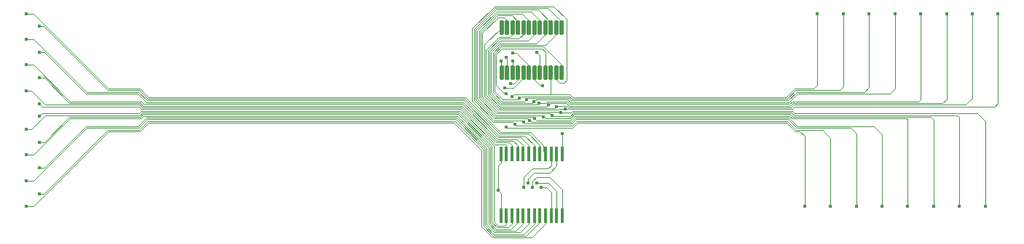
<source format=gbr>
%TF.GenerationSoftware,KiCad,Pcbnew,8.0.5-unknown-202409181836~355805756e~ubuntu22.04.1*%
%TF.CreationDate,2024-10-04T15:54:44+01:00*%
%TF.ProjectId,customFSReay,63757374-6f6d-4465-9352-6561792e6b69,rev?*%
%TF.SameCoordinates,Original*%
%TF.FileFunction,Copper,L2,Bot*%
%TF.FilePolarity,Positive*%
%FSLAX46Y46*%
G04 Gerber Fmt 4.6, Leading zero omitted, Abs format (unit mm)*
G04 Created by KiCad (PCBNEW 8.0.5-unknown-202409181836~355805756e~ubuntu22.04.1) date 2024-10-04 15:54:44*
%MOMM*%
%LPD*%
G01*
G04 APERTURE LIST*
G04 Aperture macros list*
%AMRoundRect*
0 Rectangle with rounded corners*
0 $1 Rounding radius*
0 $2 $3 $4 $5 $6 $7 $8 $9 X,Y pos of 4 corners*
0 Add a 4 corners polygon primitive as box body*
4,1,4,$2,$3,$4,$5,$6,$7,$8,$9,$2,$3,0*
0 Add four circle primitives for the rounded corners*
1,1,$1+$1,$2,$3*
1,1,$1+$1,$4,$5*
1,1,$1+$1,$6,$7*
1,1,$1+$1,$8,$9*
0 Add four rect primitives between the rounded corners*
20,1,$1+$1,$2,$3,$4,$5,0*
20,1,$1+$1,$4,$5,$6,$7,0*
20,1,$1+$1,$6,$7,$8,$9,0*
20,1,$1+$1,$8,$9,$2,$3,0*%
G04 Aperture macros list end*
%TA.AperFunction,SMDPad,CuDef*%
%ADD10R,0.450000X1.750000*%
%TD*%
%TA.AperFunction,SMDPad,CuDef*%
%ADD11RoundRect,0.020500X-0.184500X0.799500X-0.184500X-0.799500X0.184500X-0.799500X0.184500X0.799500X0*%
%TD*%
%TA.AperFunction,ViaPad*%
%ADD12C,0.400000*%
%TD*%
%TA.AperFunction,Conductor*%
%ADD13C,0.100000*%
%TD*%
G04 APERTURE END LIST*
D10*
%TO.P,MUX1,1,COM*%
%TO.N,+5V*%
X165674999Y-117350000D03*
%TO.P,MUX1,2,I7*%
%TO.N,/out7*%
X166324999Y-117350000D03*
%TO.P,MUX1,3,I6*%
%TO.N,/out6*%
X166974999Y-117350001D03*
%TO.P,MUX1,4,I5*%
%TO.N,/out5*%
X167624999Y-117350000D03*
%TO.P,MUX1,5,I4*%
%TO.N,/out4*%
X168274998Y-117350000D03*
%TO.P,MUX1,6,I3*%
%TO.N,/out3*%
X168924999Y-117350000D03*
%TO.P,MUX1,7,I2*%
%TO.N,/out2*%
X169574999Y-117350000D03*
%TO.P,MUX1,8,I1*%
%TO.N,/out1*%
X170225000Y-117350000D03*
%TO.P,MUX1,9,I0*%
%TO.N,/out0*%
X170874999Y-117350000D03*
%TO.P,MUX1,10,S0*%
%TO.N,/S0*%
X171524999Y-117350001D03*
%TO.P,MUX1,11,S1*%
%TO.N,/S1*%
X172174999Y-117350000D03*
%TO.P,MUX1,12,GND*%
%TO.N,GND*%
X172824999Y-117350000D03*
%TO.P,MUX1,13,S3*%
%TO.N,/S3*%
X172824999Y-124550000D03*
%TO.P,MUX1,14,S2*%
%TO.N,/S2*%
X172174999Y-124550000D03*
%TO.P,MUX1,15,~{E}*%
%TO.N,/EN1*%
X171524999Y-124549999D03*
%TO.P,MUX1,16,I15*%
%TO.N,/out15*%
X170874999Y-124550000D03*
%TO.P,MUX1,17,I14*%
%TO.N,/out14*%
X170225000Y-124550000D03*
%TO.P,MUX1,18,I13*%
%TO.N,/out13*%
X169574999Y-124550000D03*
%TO.P,MUX1,19,I12*%
%TO.N,/out12*%
X168924999Y-124550000D03*
%TO.P,MUX1,20,I11*%
%TO.N,/out11*%
X168274998Y-124550000D03*
%TO.P,MUX1,21,I10*%
%TO.N,/out10*%
X167624999Y-124550000D03*
%TO.P,MUX1,22,I9*%
%TO.N,/out9*%
X166974999Y-124549999D03*
%TO.P,MUX1,23,I8*%
%TO.N,/out8*%
X166324999Y-124550000D03*
%TO.P,MUX1,24,VCC*%
%TO.N,+5V*%
X165674999Y-124550000D03*
%TD*%
D11*
%TO.P,ADC1,1,AIN0*%
%TO.N,/ain0*%
X165757500Y-102615000D03*
%TO.P,ADC1,2,AIN1*%
%TO.N,/ain1*%
X166392500Y-102615000D03*
%TO.P,ADC1,3,AIN2*%
%TO.N,/ain2*%
X167027500Y-102615000D03*
%TO.P,ADC1,4,AIN3*%
%TO.N,/ain3*%
X167662500Y-102615001D03*
%TO.P,ADC1,5,AIN4*%
%TO.N,/ain4*%
X168297500Y-102615000D03*
%TO.P,ADC1,6,AIN5*%
%TO.N,/ain5*%
X168932500Y-102615000D03*
%TO.P,ADC1,7,AIN6*%
%TO.N,/ain6*%
X169567500Y-102615000D03*
%TO.P,ADC1,8,AIN7*%
%TO.N,/ain7*%
X170202500Y-102615000D03*
%TO.P,ADC1,9,AIN8*%
%TO.N,/ain8*%
X170837500Y-102615001D03*
%TO.P,ADC1,10,AIN9*%
%TO.N,/ain9*%
X171472500Y-102615000D03*
%TO.P,ADC1,11,AIN10*%
%TO.N,/ain10*%
X172107500Y-102615000D03*
%TO.P,ADC1,12,AIN11*%
%TO.N,/ain11*%
X172742500Y-102615000D03*
%TO.P,ADC1,13,AIN12*%
%TO.N,/ain12*%
X172742500Y-107885000D03*
%TO.P,ADC1,14,AIN13*%
%TO.N,/ain13*%
X172107500Y-107885000D03*
%TO.P,ADC1,15,AIN14*%
%TO.N,/ain14*%
X171472500Y-107885000D03*
%TO.P,ADC1,16,~{CNVST/AIN15}*%
%TO.N,/ain15*%
X170837500Y-107884999D03*
%TO.P,ADC1,17,REF*%
%TO.N,Net-(ADC1-REF)*%
X170202500Y-107885000D03*
%TO.P,ADC1,18,GND*%
%TO.N,GND*%
X169567500Y-107885000D03*
%TO.P,ADC1,19,VDD*%
%TO.N,+5V*%
X168932500Y-107885000D03*
%TO.P,ADC1,20,~{CS}*%
%TO.N,/CS1*%
X168297500Y-107885000D03*
%TO.P,ADC1,21,SCLK*%
%TO.N,/SCLK*%
X167662500Y-107884999D03*
%TO.P,ADC1,22,DIN*%
%TO.N,/MOSI*%
X167027500Y-107885000D03*
%TO.P,ADC1,23,DOUT*%
%TO.N,/MISO*%
X166392500Y-107885000D03*
%TO.P,ADC1,24,~{EOC}*%
%TO.N,/EOC1*%
X165757500Y-107885000D03*
%TD*%
D12*
%TO.N,/EOC1*%
X165750000Y-106550000D03*
%TO.N,/MISO*%
X166350000Y-106150000D03*
%TO.N,/MOSI*%
X167050000Y-106550000D03*
%TO.N,/SCLK*%
X166850000Y-109150000D03*
%TO.N,/CS1*%
X166150000Y-109650000D03*
%TO.N,+5V*%
X167050000Y-105650000D03*
X165350000Y-121650000D03*
%TO.N,GND*%
X170550000Y-109450000D03*
X172800000Y-115000000D03*
%TO.N,Net-(ADC1-REF)*%
X169850000Y-105550000D03*
%TO.N,/ain13*%
X167350000Y-113950000D03*
X204000000Y-123500000D03*
%TO.N,/ain12*%
X167849999Y-110850000D03*
X205500000Y-101000000D03*
%TO.N,/ain0*%
X223500000Y-101000000D03*
X173150000Y-112150000D03*
%TO.N,/ain14*%
X202500000Y-101000000D03*
X166950000Y-110650000D03*
%TO.N,/ain4*%
X171250000Y-111650000D03*
X217500000Y-101000000D03*
%TO.N,/ain15*%
X166350000Y-110350000D03*
X166350000Y-114250000D03*
X201000000Y-123500000D03*
%TO.N,/ain6*%
X214500000Y-101000000D03*
X170150000Y-111450000D03*
%TO.N,/ain2*%
X220500000Y-101000000D03*
X172150000Y-111850000D03*
%TO.N,/ain9*%
X210000000Y-123500000D03*
X169050000Y-113450000D03*
%TO.N,/ain11*%
X168350000Y-113650000D03*
X207000000Y-123500000D03*
%TO.N,/ain8*%
X169550000Y-111250000D03*
X211500000Y-101000000D03*
%TO.N,/ain3*%
X171650000Y-112850000D03*
X219000000Y-123500000D03*
%TO.N,/ain7*%
X213000000Y-123500000D03*
X169650000Y-113250000D03*
%TO.N,/ain1*%
X222000000Y-123500000D03*
X172649999Y-112550000D03*
%TO.N,/ain5*%
X170649999Y-113050000D03*
X216000000Y-123500000D03*
%TO.N,/ain10*%
X208500000Y-101000000D03*
X168650000Y-111050000D03*
%TO.N,/out3*%
X112000000Y-105500000D03*
%TO.N,/out9*%
X110500000Y-114500000D03*
%TO.N,/out8*%
X112000000Y-113000000D03*
%TO.N,/out12*%
X112000000Y-119000000D03*
%TO.N,/out0*%
X110500000Y-101000000D03*
%TO.N,/out10*%
X112000000Y-116000000D03*
%TO.N,/out13*%
X110500000Y-120500000D03*
%TO.N,/out14*%
X112000000Y-122000000D03*
%TO.N,/out4*%
X110500000Y-106999999D03*
%TO.N,/out6*%
X110500000Y-110000000D03*
%TO.N,/out5*%
X112000000Y-108500000D03*
%TO.N,/out15*%
X110500000Y-123500000D03*
%TO.N,/out11*%
X110500000Y-117500001D03*
%TO.N,/out1*%
X112000000Y-102500000D03*
%TO.N,/out2*%
X110500000Y-104000000D03*
%TO.N,/out7*%
X112000000Y-111500000D03*
%TO.N,/EN1*%
X170350000Y-121250000D03*
%TO.N,/S3*%
X169350000Y-121250000D03*
%TO.N,/S2*%
X169850000Y-120750000D03*
%TO.N,/S1*%
X168850000Y-120750000D03*
%TO.N,/S0*%
X168350000Y-121250000D03*
%TD*%
D13*
%TO.N,/EOC1*%
X165750000Y-106550000D02*
X165750000Y-107877500D01*
X165750000Y-107877500D02*
X165757500Y-107885000D01*
%TO.N,/MISO*%
X166392500Y-107885000D02*
X166392500Y-106192500D01*
X166392500Y-106192500D02*
X166350000Y-106150000D01*
%TO.N,/MOSI*%
X167027500Y-106572500D02*
X167050000Y-106550000D01*
X167027500Y-107884999D02*
X167027500Y-106572500D01*
%TO.N,/SCLK*%
X167217497Y-109150000D02*
X166850000Y-109150000D01*
X167662500Y-107884999D02*
X167662499Y-108704998D01*
X167662499Y-108704998D02*
X167217497Y-109150000D01*
%TO.N,/CS1*%
X167123191Y-109650000D02*
X166150000Y-109650000D01*
X168297500Y-107885000D02*
X168297500Y-108475691D01*
X168297500Y-108475691D02*
X167123191Y-109650000D01*
%TO.N,+5V*%
X167517499Y-105650000D02*
X167050000Y-105650000D01*
X165350000Y-121650000D02*
X165350000Y-118750000D01*
X168932500Y-107885000D02*
X168932500Y-107065001D01*
X165675000Y-124550000D02*
X165675000Y-121975000D01*
X165675000Y-121975000D02*
X165350000Y-121650000D01*
X165350000Y-118750000D02*
X165675000Y-118425000D01*
X168932500Y-107065001D02*
X167517499Y-105650000D01*
X165675000Y-118425000D02*
X165675000Y-117350000D01*
%TO.N,GND*%
X172825000Y-117350000D02*
X172825000Y-115025000D01*
X170312501Y-109450000D02*
X169567500Y-108704999D01*
X169567500Y-108704999D02*
X169567500Y-107885000D01*
X170550000Y-109450000D02*
X170312501Y-109450000D01*
X172825000Y-115025000D02*
X172800000Y-115000000D01*
%TO.N,Net-(ADC1-REF)*%
X170202500Y-105902500D02*
X170202501Y-107885000D01*
X169850000Y-105550000D02*
X170202500Y-105902500D01*
%TO.N,/ain13*%
X172452501Y-109050000D02*
X172107500Y-108704999D01*
X164787258Y-113650000D02*
X162350000Y-111212742D01*
X174047057Y-114050000D02*
X174547057Y-113550000D01*
X167350000Y-113950000D02*
X167450000Y-114050000D01*
X198984314Y-113550000D02*
X199984314Y-114550000D01*
X171850000Y-100150000D02*
X173350000Y-101650000D01*
X167450000Y-114050000D02*
X174047057Y-114050000D01*
X199984314Y-114550000D02*
X203067785Y-114550000D01*
X162350000Y-102752943D02*
X164952943Y-100150000D01*
X203067785Y-114550000D02*
X204000000Y-115482215D01*
X167050000Y-113650000D02*
X164787258Y-113650000D01*
X167350000Y-113950000D02*
X167050000Y-113650000D01*
X164952943Y-100150000D02*
X171850000Y-100150000D01*
X173350000Y-108750000D02*
X173050000Y-109050000D01*
X172107500Y-108704999D02*
X172107500Y-107885000D01*
X204000000Y-115482215D02*
X204000000Y-123500000D01*
X162350000Y-111212742D02*
X162350000Y-102752943D01*
X173050000Y-109050000D02*
X172452501Y-109050000D01*
X173350000Y-101650000D02*
X173350000Y-108750000D01*
X174547057Y-113550000D02*
X198984314Y-113550000D01*
%TO.N,/ain12*%
X173629898Y-110650000D02*
X173929898Y-110950000D01*
X199950000Y-109950000D02*
X205050000Y-109950000D01*
X198950000Y-110950000D02*
X199950000Y-109950000D01*
X165864210Y-111050000D02*
X164950000Y-110135790D01*
X165748526Y-104882842D02*
X170650000Y-104882843D01*
X173929898Y-110950000D02*
X198950000Y-110950000D01*
X205500000Y-109500000D02*
X205500000Y-101000000D01*
X170650000Y-104882843D02*
X172742500Y-106975342D01*
X167849999Y-110850000D02*
X168050000Y-110650000D01*
X172742500Y-106975342D02*
X172742500Y-107885000D01*
X205050000Y-109950000D02*
X205500000Y-109500000D01*
X167650000Y-111049999D02*
X165864210Y-111050000D01*
X164950000Y-105681368D02*
X165748526Y-104882842D01*
X167849999Y-110850000D02*
X167650000Y-111049999D01*
X164950000Y-110135790D02*
X164950000Y-105681368D01*
X168050000Y-110650000D02*
X173629898Y-110650000D01*
%TO.N,/ain0*%
X223500000Y-111450000D02*
X223500000Y-101000000D01*
X172384314Y-112250000D02*
X165367157Y-112250000D01*
X165367157Y-112250000D02*
X163750000Y-110632843D01*
X223100000Y-111850000D02*
X223500000Y-111450000D01*
X163750000Y-104622500D02*
X165757500Y-102615000D01*
X163750000Y-110632843D02*
X163750000Y-104622500D01*
X173150000Y-112150000D02*
X172484314Y-112150000D01*
X173150000Y-112150000D02*
X199550000Y-112150000D01*
X199550000Y-112150000D02*
X199850000Y-111850000D01*
X172484314Y-112150000D02*
X172384314Y-112250000D01*
X199850000Y-111850000D02*
X223100000Y-111850000D01*
%TO.N,/ain14*%
X171450000Y-110450000D02*
X171472500Y-110427500D01*
X167150000Y-110450000D02*
X171450000Y-110450000D01*
X166950000Y-110650000D02*
X167150000Y-110450000D01*
X202500000Y-109300000D02*
X202500000Y-101000000D01*
X174012740Y-110750000D02*
X198850000Y-110750000D01*
X171472500Y-110427500D02*
X171472500Y-107885000D01*
X198850000Y-110750000D02*
X199850000Y-109750000D01*
X173712740Y-110450000D02*
X174012740Y-110750000D01*
X199850000Y-109750000D02*
X202050000Y-109750000D01*
X171450000Y-110450000D02*
X173712740Y-110450000D01*
X202050000Y-109750000D02*
X202500000Y-109300000D01*
%TO.N,/ain4*%
X217050000Y-111450000D02*
X217500000Y-111000000D01*
X165532842Y-111850000D02*
X164150000Y-110467158D01*
X171050000Y-111850000D02*
X165532842Y-111850000D01*
X164150000Y-110467158D02*
X164150000Y-105350000D01*
X173298529Y-111450000D02*
X171450000Y-111450000D01*
X199350000Y-111750000D02*
X199650000Y-111450000D01*
X165550000Y-103950000D02*
X167782499Y-103950000D01*
X171450000Y-111450000D02*
X171250000Y-111650000D01*
X199650000Y-111450000D02*
X217050000Y-111450000D01*
X171250000Y-111650000D02*
X171050000Y-111850000D01*
X173598529Y-111750000D02*
X173298529Y-111450000D01*
X217500000Y-111000000D02*
X217500000Y-101000000D01*
X173598529Y-111750000D02*
X199350000Y-111750000D01*
X164150000Y-105350000D02*
X165550000Y-103950000D01*
X167782499Y-103950000D02*
X168297500Y-103434999D01*
X168297500Y-103434999D02*
X168297500Y-102615000D01*
%TO.N,/ain15*%
X166350000Y-114250000D02*
X166450000Y-114350000D01*
X165607105Y-105307105D02*
X165150001Y-105764210D01*
X165831369Y-105082842D02*
X165607105Y-105307105D01*
X165150001Y-105764210D02*
X165150000Y-109350000D01*
X166450000Y-114350000D02*
X174029899Y-114350000D01*
X170837500Y-107884999D02*
X170837500Y-105470341D01*
X166150000Y-110350001D02*
X166350000Y-110350000D01*
X170450001Y-105082842D02*
X165831369Y-105082842D01*
X200450000Y-114750000D02*
X201000000Y-115300000D01*
X201000000Y-115300000D02*
X201000000Y-123500000D01*
X198901471Y-113750000D02*
X199901470Y-114750000D01*
X199901470Y-114750000D02*
X200450000Y-114750000D01*
X174029899Y-114350000D02*
X174629899Y-113750000D01*
X170837500Y-105470341D02*
X170450001Y-105082842D01*
X174629899Y-113750000D02*
X198901471Y-113750000D01*
X166350000Y-114250000D02*
X166350000Y-114286035D01*
X165150000Y-109350000D02*
X166150000Y-110350001D01*
%TO.N,/ain6*%
X164350000Y-105432842D02*
X165632842Y-104150001D01*
X173681371Y-111550000D02*
X199250000Y-111550000D01*
X171084314Y-111250000D02*
X173381371Y-111250000D01*
X169567500Y-103434999D02*
X169567500Y-102615000D01*
X214250000Y-111250000D02*
X214500000Y-111000000D01*
X165615684Y-111650000D02*
X164350000Y-110384316D01*
X170150000Y-111450000D02*
X169950000Y-111650000D01*
X168852499Y-104150000D02*
X169567500Y-103434999D01*
X214500000Y-111000000D02*
X214500000Y-101000000D01*
X170150000Y-111450000D02*
X170884313Y-111450000D01*
X199550000Y-111250000D02*
X214250000Y-111250000D01*
X170884313Y-111450000D02*
X171084314Y-111250000D01*
X165632842Y-104150001D02*
X168852499Y-104150000D01*
X173381371Y-111250000D02*
X173681371Y-111550000D01*
X199250000Y-111550000D02*
X199550000Y-111250000D01*
X169950000Y-111650000D02*
X165615684Y-111650000D01*
X164350000Y-110384316D02*
X164350000Y-105432842D01*
%TO.N,/ain2*%
X199450000Y-111950000D02*
X199750000Y-111650000D01*
X199750000Y-111650000D02*
X219750000Y-111650000D01*
X163950000Y-110550000D02*
X163950000Y-105250000D01*
X166712499Y-103750000D02*
X167027501Y-103434999D01*
X167027501Y-103434999D02*
X167027500Y-102615000D01*
X171950000Y-112050000D02*
X165450000Y-112050000D01*
X172150000Y-111850000D02*
X172250000Y-111750000D01*
X220500000Y-110900000D02*
X220500000Y-101000000D01*
X173315686Y-111750000D02*
X173515686Y-111950000D01*
X172250000Y-111750000D02*
X173315686Y-111750000D01*
X165450000Y-103750000D02*
X166712499Y-103750000D01*
X173515686Y-111950000D02*
X199450000Y-111950000D01*
X219750000Y-111650000D02*
X220500000Y-110900000D01*
X172150000Y-111850000D02*
X171950000Y-112050000D01*
X165450000Y-112050000D02*
X163950000Y-110550000D01*
X163950000Y-105250000D02*
X165450000Y-103750000D01*
%TO.N,/ain9*%
X173881371Y-113650000D02*
X174381372Y-113150000D01*
X200150000Y-114150000D02*
X209050000Y-114150000D01*
X165118629Y-100550000D02*
X169998191Y-100550000D01*
X209050000Y-114150000D02*
X210000000Y-115100000D01*
X210000000Y-115100000D02*
X210000000Y-123500000D01*
X169050000Y-113450000D02*
X169250000Y-113650000D01*
X199150000Y-113150000D02*
X200150000Y-114150000D01*
X164952945Y-113250000D02*
X162750000Y-111047055D01*
X171472500Y-102024309D02*
X171472500Y-102615000D01*
X169250000Y-113650000D02*
X173881371Y-113650000D01*
X168850000Y-113250000D02*
X164952945Y-113250000D01*
X162750000Y-111047055D02*
X162750000Y-102918629D01*
X169050000Y-113450000D02*
X168850000Y-113250000D01*
X162750000Y-102918629D02*
X165118629Y-100550000D01*
X174381372Y-113150000D02*
X199150000Y-113150000D01*
X169998191Y-100550000D02*
X171472500Y-102024309D01*
%TO.N,/ain11*%
X168350000Y-113650000D02*
X168150000Y-113450000D01*
X162550000Y-102835785D02*
X165035786Y-100350000D01*
X172742500Y-101942500D02*
X172742500Y-102615000D01*
X162550000Y-111129898D02*
X162550000Y-102835785D01*
X165035786Y-100350000D02*
X171150000Y-100350000D01*
X199067157Y-113350000D02*
X200067157Y-114350000D01*
X168350000Y-113650000D02*
X168550000Y-113850000D01*
X174464215Y-113350000D02*
X199067157Y-113350000D01*
X207000000Y-115000000D02*
X207000000Y-123500000D01*
X206350000Y-114350000D02*
X207000000Y-115000000D01*
X168550000Y-113850000D02*
X173964215Y-113850000D01*
X168150000Y-113450000D02*
X164870102Y-113450000D01*
X164870102Y-113450000D02*
X162550000Y-111129898D01*
X200067157Y-114350000D02*
X206350000Y-114350000D01*
X173964215Y-113850000D02*
X174464215Y-113350000D01*
X171150000Y-100350000D02*
X172742500Y-101942500D01*
%TO.N,/ain8*%
X169550000Y-111250000D02*
X169350001Y-111450000D01*
X200150000Y-110350000D02*
X210900000Y-110350000D01*
X199150000Y-111350000D02*
X200150000Y-110350000D01*
X165698526Y-111450001D02*
X164550000Y-110301475D01*
X164550000Y-105515684D02*
X165582842Y-104482842D01*
X169550000Y-111250000D02*
X169750000Y-111050000D01*
X169750000Y-111050000D02*
X173464213Y-111050000D01*
X169350001Y-111450000D02*
X165698526Y-111450001D01*
X173464213Y-111050000D02*
X173764213Y-111350000D01*
X210900000Y-110350000D02*
X211500000Y-109750000D01*
X170837500Y-103435000D02*
X170837500Y-102615000D01*
X169789658Y-104482842D02*
X170837500Y-103435000D01*
X211500000Y-109750000D02*
X211500000Y-101000000D01*
X164550000Y-110301475D02*
X164550000Y-105515684D01*
X165582842Y-104482842D02*
X169789658Y-104482842D01*
X173764213Y-111350000D02*
X199150000Y-111350000D01*
%TO.N,/ain3*%
X174132842Y-112550000D02*
X199458579Y-112550001D01*
X218750000Y-112850000D02*
X219000000Y-113100000D01*
X219000000Y-113100000D02*
X219000000Y-123500000D01*
X171650000Y-112850000D02*
X171750000Y-112950000D01*
X166950000Y-101250000D02*
X167662499Y-101962500D01*
X165267158Y-101250000D02*
X166950000Y-101250000D01*
X171750000Y-112950000D02*
X173732842Y-112950000D01*
X171450000Y-112650000D02*
X165201472Y-112650000D01*
X163350000Y-103167158D02*
X165267158Y-101250000D01*
X199458579Y-112550001D02*
X199758579Y-112850001D01*
X199758579Y-112850001D02*
X218750000Y-112850000D01*
X165201472Y-112650000D02*
X163350000Y-110798528D01*
X167662499Y-101962500D02*
X167662500Y-102615000D01*
X163350000Y-110798528D02*
X163350000Y-103167158D01*
X173732842Y-112950000D02*
X174132842Y-112550000D01*
X171650000Y-112850000D02*
X171450000Y-112650000D01*
%TO.N,/ain7*%
X165201472Y-100750000D02*
X169157499Y-100750000D01*
X212850000Y-113250000D02*
X213000000Y-113400000D01*
X213000000Y-113400000D02*
X213000000Y-123500000D01*
X173798529Y-113450000D02*
X169850000Y-113450001D01*
X169650000Y-113250000D02*
X169450000Y-113050000D01*
X169850000Y-113450001D02*
X169650000Y-113250000D01*
X173898529Y-113350000D02*
X174298528Y-112950000D01*
X173898529Y-113350000D02*
X173798529Y-113450000D01*
X169157499Y-100750000D02*
X170202500Y-101795001D01*
X170202500Y-101795001D02*
X170202500Y-102615000D01*
X162950000Y-103001472D02*
X165201472Y-100750000D01*
X169450000Y-113050000D02*
X165035788Y-113050000D01*
X162950000Y-110964212D02*
X162950000Y-103001472D01*
X165035788Y-113050000D02*
X162950000Y-110964212D01*
X199250000Y-112950000D02*
X199550000Y-113250000D01*
X199550000Y-113250000D02*
X212850000Y-113250000D01*
X174298528Y-112950000D02*
X199250000Y-112950000D01*
%TO.N,/ain1*%
X163550000Y-103250000D02*
X165350000Y-101450000D01*
X174050000Y-112350000D02*
X173850001Y-112550000D01*
X166392500Y-101795001D02*
X166392500Y-102615000D01*
X199850000Y-112650000D02*
X199550000Y-112350000D01*
X222000000Y-113600000D02*
X221050000Y-112650000D01*
X173850001Y-112550000D02*
X172649999Y-112550000D01*
X165350000Y-101450000D02*
X166047499Y-101450000D01*
X222000000Y-123500000D02*
X222000000Y-113600000D01*
X165284314Y-112449999D02*
X163550000Y-110715686D01*
X172649999Y-112550000D02*
X172550000Y-112450000D01*
X172550000Y-112450000D02*
X165284314Y-112449999D01*
X199550000Y-112350000D02*
X174050000Y-112350000D01*
X166047499Y-101450000D02*
X166392500Y-101795001D01*
X163550000Y-110715686D02*
X163550000Y-103250000D01*
X221050000Y-112650000D02*
X199850000Y-112650000D01*
%TO.N,/ain5*%
X215650000Y-113049999D02*
X216000000Y-113400000D01*
X168932500Y-101832500D02*
X168932500Y-102615000D01*
X170450000Y-112850001D02*
X165118630Y-112850000D01*
X170850000Y-113250000D02*
X170649999Y-113050000D01*
X173815686Y-113150000D02*
X173715686Y-113250000D01*
X173815686Y-113150000D02*
X174215686Y-112750000D01*
X165118630Y-112850000D02*
X163150000Y-110881369D01*
X168150000Y-101050000D02*
X168932500Y-101832500D01*
X170649999Y-113050000D02*
X170450000Y-112850001D01*
X163150000Y-103084315D02*
X165184315Y-101050000D01*
X199350000Y-112750000D02*
X199650000Y-113050000D01*
X163150000Y-110881369D02*
X163150000Y-103084315D01*
X199650000Y-113050000D02*
X215650000Y-113049999D01*
X165184315Y-101050000D02*
X168150000Y-101050000D01*
X174215686Y-112750000D02*
X199350000Y-112750000D01*
X216000000Y-113400000D02*
X216000000Y-123500000D01*
X173715686Y-113250000D02*
X170850000Y-113250000D01*
%TO.N,/ain10*%
X207950000Y-110150000D02*
X208500001Y-109600000D01*
X168650000Y-111050000D02*
X168450000Y-111250000D01*
X168650000Y-111050000D02*
X168850000Y-110850000D01*
X164750000Y-105598527D02*
X165665684Y-104682842D01*
X172107500Y-103434999D02*
X172107500Y-102615000D01*
X173847055Y-111150000D02*
X199050000Y-111150000D01*
X199050000Y-111150000D02*
X200050000Y-110150000D01*
X164750000Y-110218632D02*
X164750000Y-105598527D01*
X173547056Y-110850000D02*
X173847055Y-111150000D01*
X200050000Y-110150000D02*
X207950000Y-110150000D01*
X165665684Y-104682842D02*
X170859657Y-104682842D01*
X208500001Y-109600000D02*
X208500000Y-101000000D01*
X170859657Y-104682842D02*
X172107500Y-103434999D01*
X165781368Y-111250000D02*
X164750000Y-110218632D01*
X168450000Y-111250000D02*
X165781368Y-111250000D01*
X168850000Y-110850000D02*
X173547056Y-110850000D01*
%TO.N,/out3*%
X168925000Y-117350000D02*
X168925000Y-116375000D01*
X123450000Y-110350000D02*
X124450001Y-111350000D01*
X112617158Y-105500000D02*
X117467158Y-110350000D01*
X117467158Y-110350000D02*
X123450000Y-110350000D01*
X161301474Y-111350000D02*
X149450000Y-111350000D01*
X168925000Y-116375000D02*
X168000000Y-115450000D01*
X124450001Y-111350000D02*
X125449999Y-111350000D01*
X125449999Y-111350000D02*
X149450000Y-111350000D01*
X112000000Y-105500000D02*
X112617158Y-105500000D01*
X165401474Y-115450000D02*
X161301474Y-111350000D01*
X168000000Y-115450000D02*
X165401474Y-115450000D01*
%TO.N,/out9*%
X166549998Y-125950000D02*
X165267157Y-125950000D01*
X164650000Y-125332843D02*
X164650000Y-116432842D01*
X112715687Y-112850000D02*
X111065686Y-114500000D01*
X111065686Y-114500000D02*
X110500000Y-114500000D01*
X164650000Y-116432842D02*
X160766898Y-112549740D01*
X123682842Y-112850000D02*
X112715687Y-112850000D01*
X166975000Y-124549999D02*
X166975000Y-125524999D01*
X160766898Y-112549740D02*
X160050000Y-112549740D01*
X166975000Y-125524999D02*
X166549998Y-125950000D01*
X160049740Y-112550000D02*
X123982842Y-112550000D01*
X123982842Y-112550000D02*
X123682842Y-112850000D01*
X165267157Y-125950000D02*
X164650000Y-125332843D01*
X160050000Y-112549740D02*
X160049740Y-112550000D01*
%TO.N,/out8*%
X165350000Y-125750001D02*
X164850000Y-125250000D01*
X149452352Y-112349740D02*
X125452612Y-112349740D01*
X164850000Y-125250000D02*
X164850000Y-116350000D01*
X123900000Y-112350000D02*
X123600000Y-112650000D01*
X166325000Y-124549999D02*
X166325001Y-125525000D01*
X166100001Y-125750000D02*
X165350000Y-125750001D01*
X149452612Y-112350000D02*
X149452352Y-112349740D01*
X123600000Y-112650000D02*
X112350000Y-112650000D01*
X153050000Y-112349740D02*
X153049740Y-112350000D01*
X164850000Y-116350000D02*
X160849740Y-112349740D01*
X125450000Y-112350000D02*
X123900000Y-112350000D01*
X160849740Y-112349740D02*
X153050000Y-112349740D01*
X112350000Y-112650000D02*
X112000000Y-113000000D01*
X166325001Y-125525000D02*
X166100001Y-125750000D01*
X153049740Y-112350000D02*
X149452612Y-112350000D01*
%TO.N,/out12*%
X164984314Y-126550000D02*
X164050000Y-125615686D01*
X112617158Y-119000000D02*
X117467158Y-114150000D01*
X168925000Y-125525000D02*
X167900000Y-126550000D01*
X164050000Y-116681368D02*
X164050000Y-117515684D01*
X168925000Y-124550000D02*
X168925000Y-125525000D01*
X117467158Y-114150000D02*
X123450000Y-114150000D01*
X160518632Y-113150000D02*
X164050000Y-116681368D01*
X164050000Y-120950000D02*
X164050000Y-117515684D01*
X167900000Y-126550000D02*
X164984314Y-126550000D01*
X164050000Y-125615686D02*
X164050000Y-120950000D01*
X112000000Y-119000000D02*
X112617158Y-119000000D01*
X123450000Y-114150000D02*
X124450001Y-113150000D01*
X124450001Y-113150000D02*
X160518632Y-113150000D01*
%TO.N,/out0*%
X170600001Y-117075001D02*
X170600001Y-116325000D01*
X165650000Y-114850001D02*
X161550000Y-110750000D01*
X170875000Y-117350001D02*
X170600001Y-117075001D01*
X120082843Y-109750000D02*
X111332842Y-101000000D01*
X124732842Y-110750000D02*
X123732842Y-109750000D01*
X161550000Y-110750000D02*
X124732842Y-110750000D01*
X123732842Y-109750000D02*
X120082843Y-109750000D01*
X169125001Y-114850000D02*
X165650000Y-114850001D01*
X170600001Y-116325000D02*
X169125001Y-114850000D01*
X111332842Y-101000000D02*
X110500000Y-101000000D01*
%TO.N,/out10*%
X166774999Y-126150000D02*
X167625000Y-125299999D01*
X115550000Y-113050000D02*
X123765685Y-113050000D01*
X167625000Y-125299999D02*
X167624999Y-124550000D01*
X165150000Y-126150000D02*
X166774999Y-126150000D01*
X123765685Y-113050000D02*
X124065684Y-112750000D01*
X164449999Y-125450000D02*
X165150000Y-126150000D01*
X112600000Y-116000000D02*
X115550000Y-113050000D01*
X160684316Y-112750000D02*
X164450000Y-116515684D01*
X164450000Y-116515684D02*
X164449999Y-125450000D01*
X112000000Y-116000000D02*
X112600000Y-116000000D01*
X124065684Y-112750000D02*
X160684316Y-112750000D01*
%TO.N,/out13*%
X111400000Y-120500000D02*
X117550000Y-114350000D01*
X168350000Y-126750000D02*
X164901471Y-126750000D01*
X163850000Y-116764210D02*
X163850000Y-117650000D01*
X124550000Y-113350000D02*
X160435790Y-113350000D01*
X164901471Y-126750000D02*
X163850000Y-125698529D01*
X110500000Y-120500000D02*
X111400000Y-120500000D01*
X117550000Y-114350000D02*
X123550000Y-114350000D01*
X123550000Y-114350000D02*
X124550000Y-113350000D01*
X169575001Y-125525000D02*
X168350000Y-126750000D01*
X169575001Y-124550000D02*
X169575001Y-125525000D01*
X163850000Y-122150000D02*
X163850000Y-117650000D01*
X160435790Y-113350000D02*
X163850000Y-116764210D01*
X163850000Y-125698529D02*
X163850000Y-122150000D01*
%TO.N,/out14*%
X163650000Y-125781371D02*
X163650000Y-116847052D01*
X120000000Y-114550000D02*
X123650000Y-114550000D01*
X112550000Y-122000000D02*
X120000000Y-114550000D01*
X168575000Y-126950000D02*
X164818628Y-126950000D01*
X123650000Y-114550000D02*
X124650000Y-113550000D01*
X170225001Y-124550000D02*
X170225001Y-125299999D01*
X164818628Y-126950000D02*
X163650000Y-125781371D01*
X160352948Y-113550000D02*
X163401474Y-116598526D01*
X124650000Y-113550000D02*
X125450000Y-113550000D01*
X112000000Y-122000000D02*
X112550000Y-122000000D01*
X170225001Y-125299999D02*
X168575000Y-126950000D01*
X163650000Y-116847052D02*
X163401474Y-116598526D01*
X125450000Y-113550000D02*
X149450000Y-113550000D01*
X149450000Y-113550000D02*
X160352948Y-113550000D01*
%TO.N,/out4*%
X167549999Y-115650000D02*
X165318631Y-115650000D01*
X165318631Y-115650000D02*
X161218632Y-111550000D01*
X115632842Y-111250000D02*
X111382842Y-107000000D01*
X161218632Y-111550000D02*
X124150000Y-111550000D01*
X168274999Y-117350000D02*
X168274999Y-116375000D01*
X124150000Y-111550000D02*
X123850000Y-111250000D01*
X123850000Y-111250000D02*
X115632842Y-111250000D01*
X168274999Y-116375000D02*
X167549999Y-115650000D01*
X111382842Y-107000000D02*
X110500000Y-106999999D01*
%TO.N,/out6*%
X123982842Y-111950000D02*
X123682842Y-111650000D01*
X112715687Y-111650000D02*
X111065686Y-110000000D01*
X161050000Y-111950000D02*
X123982842Y-111950000D01*
X111065686Y-110000000D02*
X110500000Y-110000000D01*
X123682842Y-111650000D02*
X112715687Y-111650000D01*
X165150000Y-116050000D02*
X161050000Y-111950000D01*
X166975000Y-116375001D02*
X166649999Y-116050000D01*
X166649999Y-116050000D02*
X165150000Y-116050000D01*
X166975000Y-117350001D02*
X166975000Y-116375001D01*
%TO.N,/out5*%
X115550000Y-111450000D02*
X123765685Y-111450000D01*
X165235790Y-115850000D02*
X167100000Y-115850000D01*
X124065684Y-111750000D02*
X161135790Y-111750000D01*
X167624999Y-116375000D02*
X167624999Y-117350000D01*
X161135790Y-111750000D02*
X165235790Y-115850000D01*
X167100000Y-115850000D02*
X167624999Y-116375000D01*
X123765685Y-111450000D02*
X124065684Y-111750000D01*
X112600000Y-108500000D02*
X115550000Y-111450000D01*
X112000000Y-108500000D02*
X112600000Y-108500000D01*
%TO.N,/out15*%
X163450000Y-116950000D02*
X163450000Y-125864215D01*
X170874999Y-125525000D02*
X170875000Y-124549999D01*
X124732842Y-113750000D02*
X160250000Y-113750000D01*
X164735784Y-127150000D02*
X169249999Y-127150000D01*
X163450000Y-125864215D02*
X164735784Y-127150000D01*
X111332842Y-123500000D02*
X120082843Y-114750000D01*
X123732842Y-114750000D02*
X124732842Y-113750000D01*
X169249999Y-127150000D02*
X170874999Y-125525000D01*
X110500000Y-123500000D02*
X111332842Y-123500000D01*
X160250000Y-113750000D02*
X163450000Y-116950000D01*
X120082843Y-114750000D02*
X123732842Y-114750000D01*
%TO.N,/out11*%
X160601474Y-112950000D02*
X124150000Y-112950000D01*
X165067157Y-126350000D02*
X164250000Y-125532843D01*
X167449999Y-126350000D02*
X165067157Y-126350000D01*
X164250000Y-116598526D02*
X160601474Y-112950000D01*
X123850000Y-113250000D02*
X115632842Y-113250000D01*
X168274999Y-125525000D02*
X167449999Y-126350000D01*
X168274999Y-124550000D02*
X168274999Y-125525000D01*
X115632842Y-113250000D02*
X111382842Y-117500000D01*
X124150000Y-112950000D02*
X123850000Y-113250000D01*
X111382842Y-117500000D02*
X110500000Y-117500001D01*
X164250000Y-125532843D02*
X164250000Y-116598526D01*
%TO.N,/out1*%
X124650000Y-110950000D02*
X161467158Y-110950000D01*
X112000000Y-102500000D02*
X112550000Y-102500000D01*
X123650000Y-109950000D02*
X124650000Y-110950000D01*
X120000000Y-109950000D02*
X123650000Y-109950000D01*
X168900001Y-115050000D02*
X170225001Y-116375000D01*
X161467158Y-110950000D02*
X165567158Y-115050000D01*
X112550000Y-102500000D02*
X120000000Y-109950000D01*
X165567158Y-115050000D02*
X168900001Y-115050000D01*
X170225001Y-116375000D02*
X170225001Y-117350000D01*
%TO.N,/out2*%
X161384315Y-111150000D02*
X124550000Y-111150000D01*
X111400000Y-104000000D02*
X110500000Y-104000000D01*
X168450000Y-115250000D02*
X165484316Y-115250000D01*
X169575001Y-117350000D02*
X169575001Y-116375000D01*
X169575001Y-116375000D02*
X168450000Y-115250000D01*
X117550000Y-110150000D02*
X111400000Y-104000000D01*
X165484316Y-115250000D02*
X161384315Y-111150000D01*
X124550000Y-111150000D02*
X123550000Y-110150000D01*
X123550000Y-110150000D02*
X117550000Y-110150000D01*
%TO.N,/out7*%
X160950000Y-112150000D02*
X159750000Y-112150000D01*
X112350000Y-111850000D02*
X123600000Y-111850000D01*
X125450000Y-112150000D02*
X149450000Y-112150000D01*
X166325000Y-117350001D02*
X166325001Y-116375000D01*
X159749741Y-112149740D02*
X149450001Y-112149740D01*
X123900000Y-112150000D02*
X125450000Y-112150000D01*
X165050000Y-116250000D02*
X160950000Y-112150000D01*
X159750000Y-112150000D02*
X159749741Y-112149740D01*
X123600000Y-111850000D02*
X123900000Y-112150000D01*
X166325001Y-116375000D02*
X166200000Y-116250000D01*
X166200000Y-116250000D02*
X165050000Y-116250000D01*
X112000000Y-111500000D02*
X112350000Y-111850000D01*
%TO.N,/EN1*%
X171525000Y-124549999D02*
X171525000Y-121825000D01*
X170950000Y-121250000D02*
X170350000Y-121250000D01*
X171525000Y-121825000D02*
X170950000Y-121250000D01*
%TO.N,/S3*%
X172825000Y-121525000D02*
X171350000Y-120050000D01*
X169350000Y-120550000D02*
X169350000Y-121250000D01*
X172825000Y-124550000D02*
X172825000Y-121525000D01*
X171350000Y-120050000D02*
X169850000Y-120049999D01*
X169850000Y-120049999D02*
X169350000Y-120550000D01*
%TO.N,/S2*%
X172175000Y-121675000D02*
X171250000Y-120750001D01*
X171250000Y-120750001D02*
X169850000Y-120750000D01*
X172175000Y-124550000D02*
X172175000Y-121675000D01*
%TO.N,/S1*%
X168850000Y-120250000D02*
X168850000Y-120750000D01*
X171350000Y-119550000D02*
X169550000Y-119550000D01*
X172175000Y-117350000D02*
X172175000Y-118725000D01*
X169550000Y-119550000D02*
X168850000Y-120250000D01*
X172175000Y-118725000D02*
X171350000Y-119550000D01*
%TO.N,/S0*%
X169350000Y-119050000D02*
X168350000Y-120050000D01*
X171525000Y-117350001D02*
X171525000Y-118692158D01*
X168350000Y-120050000D02*
X168350000Y-121250000D01*
X171525000Y-118692158D02*
X171167158Y-119050000D01*
X171167158Y-119050000D02*
X169350000Y-119050000D01*
%TD*%
M02*

</source>
